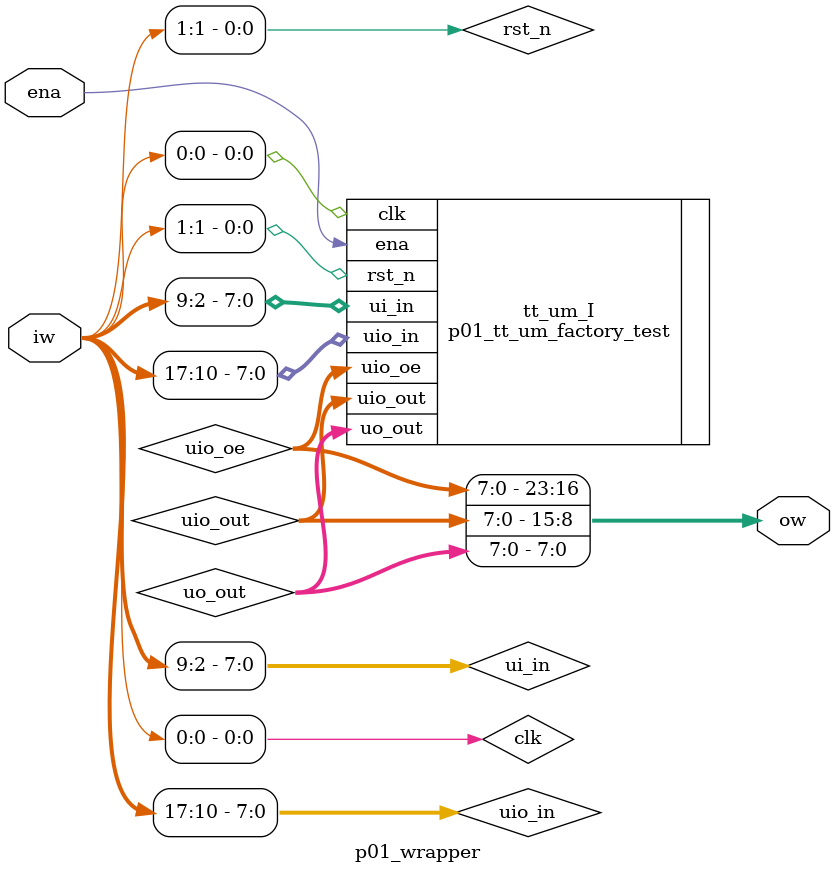
<source format=v>
`default_nettype none

module p01_wrapper (
  input wire ena,
  input wire [17:0] iw,
  output wire [23:0] ow
);

wire [7:0] uio_in;
wire [7:0] uio_out;
wire [7:0] uio_oe;
wire [7:0] uo_out;
wire [7:0] ui_in;
wire clk;
wire rst_n;

assign { uio_in, ui_in, rst_n, clk} = iw;
assign ow = { uio_oe, uio_out, uo_out };

p01_tt_um_factory_test tt_um_I (
  .uio_in  (uio_in),
  .uio_out (uio_out),
  .uio_oe  (uio_oe),
  .uo_out  (uo_out),
  .ui_in   (ui_in),
  .ena     (ena),
  .clk     (clk),
  .rst_n   (rst_n)
);

endmodule

</source>
